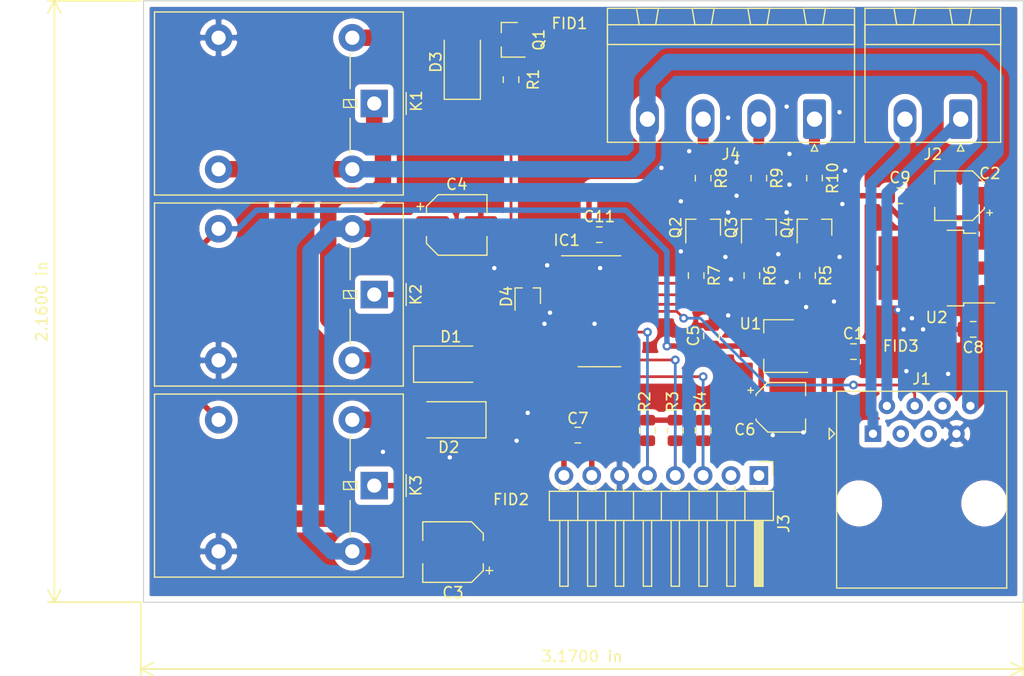
<source format=kicad_pcb>
(kicad_pcb (version 20171130) (host pcbnew "(5.1.5)-3")
  (layers (0 F.Cu signal) (31 B.Cu signal) (34 B.Paste user) (35 F.Paste user) (36 B.SilkS user) (37 F.SilkS user) (38 B.Mask user) (39 F.Mask user) (44 Edge.Cuts user))
  (net 0 "")
  (net 1 GND)
  (net 2 +24V)
  (net 3 +5V)
  (net 4 "Net-(C3-Pad2)")
  (net 5 +3V3)
  (net 6 /E-Latch/MotorB)
  (net 7 /E-Latch/MotorA)
  (net 8 "Net-(D1-Pad2)")
  (net 9 "Net-(D1-Pad1)")
  (net 10 "Net-(D2-Pad2)")
  (net 11 /E-Latch/LATCH)
  (net 12 "Net-(D4-Pad2)")
  (net 13 1WireData)
  (net 14 "Net-(IC1-Pad14)")
  (net 15 "Net-(IC1-Pad13)")
  (net 16 "Net-(IC1-Pad12)")
  (net 17 "Net-(IC1-Pad11)")
  (net 18 "Net-(IC1-Pad10)")
  (net 19 "Net-(IC1-Pad9)")
  (net 20 "Net-(IC1-Pad8)")
  (net 21 "Net-(IC1-Pad7)")
  (net 22 "Net-(IC1-Pad2)")
  (net 23 "Net-(J1-Pad6)")
  (net 24 "Net-(J1-Pad5)")
  (net 25 "Net-(J1-Pad3)")
  (net 26 "Net-(J1-Pad2)")
  (net 27 "Net-(J1-Pad1)")
  (net 28 "Net-(J3-Pad2)")
  (net 29 "Net-(J3-Pad1)")
  (net 30 "Net-(J4-Pad3)")
  (net 31 "Net-(J4-Pad2)")
  (net 32 "Net-(J4-Pad1)")
  (net 33 "Net-(Q1-Pad1)")
  (net 34 "Net-(Q2-Pad3)")
  (net 35 "Net-(Q2-Pad1)")
  (net 36 "Net-(Q3-Pad3)")
  (net 37 "Net-(Q3-Pad1)")
  (net 38 "Net-(Q4-Pad3)")
  (net 39 "Net-(Q4-Pad1)")
  (module Relay_THT:Relay_SPDT_Omron-G5LE-1 (layer F.Cu) (at 125.698 101.473 270)
    (fp_text reference K2 (at 0 -3.8 90) (layer F.SilkS))
    (fp_text value G5LE-1)
    (pad 5 thru_hole oval (at 6 2 270) (size 2.5 2.5) (drill 1.3) (layers *.Cu *.Mask) (net 9 "Net-(D1-Pad1)"))
    (pad 4 thru_hole oval (at 6 14.2 270) (size 2.5 2.5) (drill 1.3) (layers *.Cu *.Mask) (net 1 GND))
    (pad 3 thru_hole oval (at -6 14.2 270) (size 2.5 2.5) (drill 1.3) (layers *.Cu *.Mask) (net 5 +3V3))
    (pad 2 thru_hole oval (at -6 2 270) (size 2.5 2.5) (drill 1.3) (layers *.Cu *.Mask) (net 4 "Net-(C3-Pad2)"))
    (pad 1 thru_hole rect (at 0 0 270) (size 2.5 2.5) (drill 1.3) (layers *.Cu *.Mask) (net 7 /E-Latch/MotorA))
  )
  (module Capacitor_SMD:C_0805_2012Metric (layer F.Cu) (at 144.272 114.3 180)
    (fp_text reference C7 (at 0 1.524) (layer F.SilkS))
    (fp_text value 100nF)
    (pad 2 smd roundrect (at 0.9375 0 180) (size 0.975 1.4) (layers F.Cu F.Paste F.Mask) (net 6 /E-Latch/MotorB))
    (pad 1 smd roundrect (at -0.9375 0 180) (size 0.975 1.4) (layers F.Cu F.Paste F.Mask) (net 7 /E-Latch/MotorA))
  )
  (module Fiducial:Fiducial_0.75mm_Mask1.5mm (layer F.Cu) (at 176.784 106.172)
    (fp_text reference FID3 (at -3.048 0) (layer F.SilkS))
    (fp_text value Fiducial)
    (pad "" smd circle (at 0 0) (size 0.75 0.75) (layers F.Cu F.Mask) (clearance 0.375))
  )
  (module Fiducial:Fiducial_0.75mm_Mask1.5mm (layer F.Cu) (at 138.176 122.174)
    (fp_text reference FID2 (at 0 -2) (layer F.SilkS))
    (fp_text value Fiducial)
    (pad "" smd circle (at 0 0) (size 0.75 0.75) (layers F.Cu F.Mask) (clearance 0.375))
  )
  (module Fiducial:Fiducial_0.75mm_Mask1.5mm (layer F.Cu) (at 143.51 78.74)
    (fp_text reference FID1 (at 0 -2) (layer F.SilkS))
    (fp_text value Fiducial)
    (pad "" smd circle (at 0 0) (size 0.75 0.75) (layers F.Cu F.Mask) (clearance 0.375))
  )
  (module Package_TO_SOT_SMD:TO-252-3_TabPin2 (layer F.Cu) (at 177.003 99.059 180)
    (fp_text reference U2 (at 0 -4.5) (layer F.SilkS))
    (fp_text value L7805)
    (pad 2 smd rect (at 2.1 0 180) (size 6.4 5.8) (layers F.Cu F.Mask) (net 1 GND))
    (pad 3 smd rect (at -4.2 2.28 180) (size 2.2 1.2) (layers F.Cu F.Paste F.Mask) (net 3 +5V))
    (pad 2 smd rect (at -4.2 0 180) (size 2.2 1.2) (layers F.Cu F.Paste F.Mask) (net 1 GND))
    (pad 1 smd rect (at -4.2 -2.28 180) (size 2.2 1.2) (layers F.Cu F.Paste F.Mask) (net 2 +24V))
  )
  (module Package_TO_SOT_SMD:SOT-89-3_Handsoldering (layer F.Cu) (at 163.016 106.172 180)
    (fp_text reference U1 (at 2.996 2.032) (layer F.SilkS))
    (fp_text value LM1117-3.3)
    (pad 2 smd trapezoid (at -0.37 0 270) (size 1.5 0.75) (rect_delta 0 0.5) (layers F.Cu F.Paste F.Mask) (net 5 +3V3))
    (pad 2 smd rect (at 1.98 0 90) (size 2 4) (layers F.Cu F.Paste F.Mask) (net 5 +3V3))
    (pad 3 smd rect (at -1.98 1.5 90) (size 1 2.5) (layers F.Cu F.Paste F.Mask) (net 3 +5V))
    (pad 2 smd rect (at -1.98 0 90) (size 1 2.5) (layers F.Cu F.Paste F.Mask) (net 5 +3V3))
    (pad 1 smd rect (at -1.98 -1.5 90) (size 1 2.5) (layers F.Cu F.Paste F.Mask) (net 1 GND))
  )
  (module Resistor_SMD:R_0805_2012Metric (layer F.Cu) (at 165.862 90.8535 270)
    (fp_text reference R10 (at 0 -1.65 90) (layer F.SilkS))
    (fp_text value 10k)
    (pad 2 smd roundrect (at 0.9375 0 270) (size 0.975 1.4) (layers F.Cu F.Paste F.Mask) (net 38 "Net-(Q4-Pad3)"))
    (pad 1 smd roundrect (at -0.9375 0 270) (size 0.975 1.4) (layers F.Cu F.Paste F.Mask) (net 32 "Net-(J4-Pad1)"))
  )
  (module Resistor_SMD:R_0805_2012Metric (layer F.Cu) (at 160.782 90.8535 270)
    (fp_text reference R9 (at 0 -1.65 90) (layer F.SilkS))
    (fp_text value 10k)
    (pad 2 smd roundrect (at 0.9375 0 270) (size 0.975 1.4) (layers F.Cu F.Paste F.Mask) (net 36 "Net-(Q3-Pad3)"))
    (pad 1 smd roundrect (at -0.9375 0 270) (size 0.975 1.4) (layers F.Cu F.Paste F.Mask) (net 31 "Net-(J4-Pad2)"))
  )
  (module Resistor_SMD:R_0805_2012Metric (layer F.Cu) (at 155.702 90.8535 270)
    (fp_text reference R8 (at 0 -1.65 90) (layer F.SilkS))
    (fp_text value 10k)
    (pad 2 smd roundrect (at 0.9375 0 270) (size 0.975 1.4) (layers F.Cu F.Paste F.Mask) (net 34 "Net-(Q2-Pad3)"))
    (pad 1 smd roundrect (at -0.9375 0 270) (size 0.975 1.4) (layers F.Cu F.Paste F.Mask) (net 30 "Net-(J4-Pad3)"))
  )
  (module Resistor_SMD:R_0805_2012Metric (layer F.Cu) (at 155.067 99.7435 270)
    (fp_text reference R7 (at 0 -1.65 90) (layer F.SilkS))
    (fp_text value 10k)
    (pad 2 smd roundrect (at 0.9375 0 270) (size 0.975 1.4) (layers F.Cu F.Paste F.Mask) (net 22 "Net-(IC1-Pad2)"))
    (pad 1 smd roundrect (at -0.9375 0 270) (size 0.975 1.4) (layers F.Cu F.Paste F.Mask) (net 35 "Net-(Q2-Pad1)"))
  )
  (module Resistor_SMD:R_0805_2012Metric (layer F.Cu) (at 160.147 99.7435 270)
    (fp_text reference R6 (at 0 -1.65 90) (layer F.SilkS))
    (fp_text value 10k)
    (pad 2 smd roundrect (at 0.9375 0 270) (size 0.975 1.4) (layers F.Cu F.Paste F.Mask) (net 14 "Net-(IC1-Pad14)"))
    (pad 1 smd roundrect (at -0.9375 0 270) (size 0.975 1.4) (layers F.Cu F.Paste F.Mask) (net 37 "Net-(Q3-Pad1)"))
  )
  (module Resistor_SMD:R_0805_2012Metric (layer F.Cu) (at 165.227 99.7435 270)
    (fp_text reference R5 (at 0 -1.65 90) (layer F.SilkS))
    (fp_text value 10k)
    (pad 2 smd roundrect (at 0.9375 0 270) (size 0.975 1.4) (layers F.Cu F.Paste F.Mask) (net 15 "Net-(IC1-Pad13)"))
    (pad 1 smd roundrect (at -0.9375 0 270) (size 0.975 1.4) (layers F.Cu F.Paste F.Mask) (net 39 "Net-(Q4-Pad1)"))
  )
  (module Resistor_SMD:R_0805_2012Metric (layer F.Cu) (at 155.702 113.8705 90)
    (fp_text reference R4 (at 2.6185 -0.254 90) (layer F.SilkS))
    (fp_text value 100k)
    (pad 2 smd roundrect (at 0.9375 0 90) (size 0.975 1.4) (layers F.Cu F.Paste F.Mask) (net 3 +5V))
    (pad 1 smd roundrect (at -0.9375 0 90) (size 0.975 1.4) (layers F.Cu F.Paste F.Mask) (net 20 "Net-(IC1-Pad8)"))
  )
  (module Resistor_SMD:R_0805_2012Metric (layer F.Cu) (at 153.162 113.8705 90)
    (fp_text reference R3 (at 2.6185 -0.254 90) (layer F.SilkS))
    (fp_text value 100k)
    (pad 2 smd roundrect (at 0.9375 0 90) (size 0.975 1.4) (layers F.Cu F.Paste F.Mask) (net 3 +5V))
    (pad 1 smd roundrect (at -0.9375 0 90) (size 0.975 1.4) (layers F.Cu F.Paste F.Mask) (net 19 "Net-(IC1-Pad9)"))
  )
  (module Resistor_SMD:R_0805_2012Metric (layer F.Cu) (at 150.622 113.8705 90)
    (fp_text reference R2 (at 2.6185 -0.254 90) (layer F.SilkS))
    (fp_text value 100k)
    (pad 2 smd roundrect (at 0.9375 0 90) (size 0.975 1.4) (layers F.Cu F.Paste F.Mask) (net 3 +5V))
    (pad 1 smd roundrect (at -0.9375 0 90) (size 0.975 1.4) (layers F.Cu F.Paste F.Mask) (net 17 "Net-(IC1-Pad11)"))
  )
  (module Resistor_SMD:R_0805_2012Metric (layer F.Cu) (at 138.176 81.8665 270)
    (fp_text reference R1 (at 0 -2.032 90) (layer F.SilkS))
    (fp_text value 10k)
    (pad 2 smd roundrect (at 0.9375 0 270) (size 0.975 1.4) (layers F.Cu F.Paste F.Mask) (net 16 "Net-(IC1-Pad12)"))
    (pad 1 smd roundrect (at -0.9375 0 270) (size 0.975 1.4) (layers F.Cu F.Paste F.Mask) (net 33 "Net-(Q1-Pad1)"))
  )
  (module Package_TO_SOT_SMD:SOT-23 (layer F.Cu) (at 165.862 95.361 90)
    (fp_text reference Q4 (at 0 -2.5 90) (layer F.SilkS))
    (fp_text value BSH105)
    (pad 3 smd rect (at 1 0 90) (size 0.9 0.8) (layers F.Cu F.Paste F.Mask) (net 38 "Net-(Q4-Pad3)"))
    (pad 2 smd rect (at -1 0.95 90) (size 0.9 0.8) (layers F.Cu F.Paste F.Mask) (net 1 GND))
    (pad 1 smd rect (at -1 -0.95 90) (size 0.9 0.8) (layers F.Cu F.Paste F.Mask) (net 39 "Net-(Q4-Pad1)"))
  )
  (module Package_TO_SOT_SMD:SOT-23 (layer F.Cu) (at 160.782 95.361 90)
    (fp_text reference Q3 (at 0 -2.5 90) (layer F.SilkS))
    (fp_text value BSH105)
    (pad 3 smd rect (at 1 0 90) (size 0.9 0.8) (layers F.Cu F.Paste F.Mask) (net 36 "Net-(Q3-Pad3)"))
    (pad 2 smd rect (at -1 0.95 90) (size 0.9 0.8) (layers F.Cu F.Paste F.Mask) (net 1 GND))
    (pad 1 smd rect (at -1 -0.95 90) (size 0.9 0.8) (layers F.Cu F.Paste F.Mask) (net 37 "Net-(Q3-Pad1)"))
  )
  (module Package_TO_SOT_SMD:SOT-23 (layer F.Cu) (at 155.702 95.361 90)
    (fp_text reference Q2 (at 0 -2.5 90) (layer F.SilkS))
    (fp_text value BSH105)
    (pad 3 smd rect (at 1 0 90) (size 0.9 0.8) (layers F.Cu F.Paste F.Mask) (net 34 "Net-(Q2-Pad3)"))
    (pad 2 smd rect (at -1 0.95 90) (size 0.9 0.8) (layers F.Cu F.Paste F.Mask) (net 1 GND))
    (pad 1 smd rect (at -1 -0.95 90) (size 0.9 0.8) (layers F.Cu F.Paste F.Mask) (net 35 "Net-(Q2-Pad1)"))
  )
  (module Package_TO_SOT_SMD:SOT-23 (layer F.Cu) (at 138.049 78.232 180)
    (fp_text reference Q1 (at -2.667 0 90) (layer F.SilkS))
    (fp_text value BSH105)
    (pad 3 smd rect (at 1 0 180) (size 0.9 0.8) (layers F.Cu F.Paste F.Mask) (net 11 /E-Latch/LATCH))
    (pad 2 smd rect (at -1 0.95 180) (size 0.9 0.8) (layers F.Cu F.Paste F.Mask) (net 1 GND))
    (pad 1 smd rect (at -1 -0.95 180) (size 0.9 0.8) (layers F.Cu F.Paste F.Mask) (net 33 "Net-(Q1-Pad1)"))
  )
  (module Relay_THT:Relay_SPDT_Omron-G5LE-1 (layer F.Cu) (at 125.698 118.903 270)
    (fp_text reference K3 (at 0 -3.8 90) (layer F.SilkS))
    (fp_text value G5LE-1)
    (pad 5 thru_hole oval (at 6 2 270) (size 2.5 2.5) (drill 1.3) (layers *.Cu *.Mask) (net 4 "Net-(C3-Pad2)"))
    (pad 4 thru_hole oval (at 6 14.2 270) (size 2.5 2.5) (drill 1.3) (layers *.Cu *.Mask) (net 1 GND))
    (pad 3 thru_hole oval (at -6 14.2 270) (size 2.5 2.5) (drill 1.3) (layers *.Cu *.Mask) (net 5 +3V3))
    (pad 2 thru_hole oval (at -6 2 270) (size 2.5 2.5) (drill 1.3) (layers *.Cu *.Mask) (net 10 "Net-(D2-Pad2)"))
    (pad 1 thru_hole rect (at 0 0 270) (size 2.5 2.5) (drill 1.3) (layers *.Cu *.Mask) (net 6 /E-Latch/MotorB))
  )
  (module Relay_THT:Relay_SPDT_Omron-G5LE-1 (layer F.Cu) (at 125.698 84.043 270)
    (fp_text reference K1 (at -0.223 -3.842 90) (layer F.SilkS))
    (fp_text value G5LE-1)
    (pad 5 thru_hole oval (at 6 2 270) (size 2.5 2.5) (drill 1.3) (layers *.Cu *.Mask) (net 2 +24V))
    (pad 4 thru_hole oval (at 6 14.2 270) (size 2.5 2.5) (drill 1.3) (layers *.Cu *.Mask) (net 2 +24V))
    (pad 3 thru_hole oval (at -6 14.2 270) (size 2.5 2.5) (drill 1.3) (layers *.Cu *.Mask) (net 1 GND))
    (pad 2 thru_hole oval (at -6 2 270) (size 2.5 2.5) (drill 1.3) (layers *.Cu *.Mask) (net 11 /E-Latch/LATCH))
    (pad 1 thru_hole rect (at 0 0 270) (size 2.5 2.5) (drill 1.3) (layers *.Cu *.Mask) (net 8 "Net-(D1-Pad2)"))
  )
  (module Connector_Phoenix_MSTB:PhoenixContact_MSTBA_2,5_4-G-5,08_1x04_P5.08mm_Horizontal (layer F.Cu) (at 165.862 85.471 180)
    (fp_text reference J4 (at 7.62 -3.2) (layer F.SilkS))
    (fp_text value LED)
    (pad 4 thru_hole oval (at 15.24 0 180) (size 2.08 3.6) (drill 1.4) (layers *.Cu *.Mask) (net 2 +24V))
    (pad 3 thru_hole oval (at 10.16 0 180) (size 2.08 3.6) (drill 1.4) (layers *.Cu *.Mask) (net 30 "Net-(J4-Pad3)"))
    (pad 2 thru_hole oval (at 5.08 0 180) (size 2.08 3.6) (drill 1.4) (layers *.Cu *.Mask) (net 31 "Net-(J4-Pad2)"))
    (pad 1 thru_hole roundrect (at 0 0 180) (size 2.08 3.6) (drill 1.4) (layers *.Cu *.Mask) (roundrect_rratio 0.120192) (net 32 "Net-(J4-Pad1)"))
  )
  (module Connector_PinHeader_2.54mm:PinHeader_1x08_P2.54mm_Horizontal (layer F.Cu) (at 160.782 117.983 270)
    (fp_text reference J3 (at 4.385 -2.27 90) (layer F.SilkS))
    (fp_text value "Door Lock")
    (pad 8 thru_hole oval (at 0 17.78 270) (size 1.7 1.7) (drill 1) (layers *.Cu *.Mask) (net 6 /E-Latch/MotorB))
    (pad 7 thru_hole oval (at 0 15.24 270) (size 1.7 1.7) (drill 1) (layers *.Cu *.Mask) (net 7 /E-Latch/MotorA))
    (pad 6 thru_hole oval (at 0 12.7 270) (size 1.7 1.7) (drill 1) (layers *.Cu *.Mask) (net 1 GND))
    (pad 5 thru_hole oval (at 0 10.16 270) (size 1.7 1.7) (drill 1) (layers *.Cu *.Mask) (net 17 "Net-(IC1-Pad11)"))
    (pad 4 thru_hole oval (at 0 7.62 270) (size 1.7 1.7) (drill 1) (layers *.Cu *.Mask) (net 19 "Net-(IC1-Pad9)"))
    (pad 3 thru_hole oval (at 0 5.08 270) (size 1.7 1.7) (drill 1) (layers *.Cu *.Mask) (net 20 "Net-(IC1-Pad8)"))
    (pad 2 thru_hole oval (at 0 2.54 270) (size 1.7 1.7) (drill 1) (layers *.Cu *.Mask) (net 28 "Net-(J3-Pad2)"))
    (pad 1 thru_hole rect (at 0 0 270) (size 1.7 1.7) (drill 1) (layers *.Cu *.Mask) (net 29 "Net-(J3-Pad1)"))
  )
  (module Connector_Phoenix_MSTB:PhoenixContact_MSTBA_2,5_2-G-5,08_1x02_P5.08mm_Horizontal (layer F.Cu) (at 179.197 85.471 180)
    (fp_text reference J2 (at 2.54 -3.2) (layer F.SilkS))
    (fp_text value Glass)
    (pad 2 thru_hole oval (at 5.08 0 180) (size 2.08 3.6) (drill 1.4) (layers *.Cu *.Mask) (net 27 "Net-(J1-Pad1)"))
    (pad 1 thru_hole roundrect (at 0 0 180) (size 2.08 3.6) (drill 1.4) (layers *.Cu *.Mask) (roundrect_rratio 0.120192) (net 26 "Net-(J1-Pad2)"))
  )
  (module Connector_RJ:RJ45_Amphenol_54602-x08_Horizontal (layer F.Cu) (at 171.196 114.173)
    (fp_text reference J1 (at 4.445 -5) (layer F.SilkS))
    (fp_text value 8P8C)
    (pad 8 thru_hole circle (at 8.89 -2.54) (size 1.5 1.5) (drill 0.76) (layers *.Cu *.Mask) (net 2 +24V))
    (pad 7 thru_hole circle (at 7.62 0) (size 1.5 1.5) (drill 0.76) (layers *.Cu *.Mask) (net 1 GND))
    (pad 6 thru_hole circle (at 6.35 -2.54) (size 1.5 1.5) (drill 0.76) (layers *.Cu *.Mask) (net 23 "Net-(J1-Pad6)"))
    (pad 5 thru_hole circle (at 5.08 0) (size 1.5 1.5) (drill 0.76) (layers *.Cu *.Mask) (net 24 "Net-(J1-Pad5)"))
    (pad 4 thru_hole circle (at 3.81 -2.54) (size 1.5 1.5) (drill 0.76) (layers *.Cu *.Mask) (net 13 1WireData))
    (pad 3 thru_hole circle (at 2.54 0) (size 1.5 1.5) (drill 0.76) (layers *.Cu *.Mask) (net 25 "Net-(J1-Pad3)"))
    (pad 2 thru_hole circle (at 1.27 -2.54) (size 1.5 1.5) (drill 0.76) (layers *.Cu *.Mask) (net 26 "Net-(J1-Pad2)"))
    (pad 1 thru_hole rect (at 0 0) (size 1.5 1.5) (drill 0.76) (layers *.Cu *.Mask) (net 27 "Net-(J1-Pad1)"))
    (pad "" np_thru_hole circle (at -1.27 6.35) (size 3.2 3.2) (drill 3.2) (layers *.Cu *.Mask))
    (pad "" np_thru_hole circle (at 10.16 6.35) (size 3.2 3.2) (drill 3.2) (layers *.Cu *.Mask))
  )
  (module Package_SO:SOIC-16_3.9x9.9mm_P1.27mm (layer F.Cu) (at 146.239 102.997)
    (fp_text reference IC1 (at -2.983 -6.477) (layer F.SilkS))
    (fp_text value DS2408S)
    (pad 16 smd roundrect (at 2.475 -4.445) (size 1.95 0.6) (layers F.Cu F.Paste F.Mask))
    (pad 15 smd roundrect (at 2.475 -3.175) (size 1.95 0.6) (layers F.Cu F.Paste F.Mask))
    (pad 14 smd roundrect (at 2.475 -1.905) (size 1.95 0.6) (layers F.Cu F.Paste F.Mask) (net 14 "Net-(IC1-Pad14)"))
    (pad 13 smd roundrect (at 2.475 -0.635) (size 1.95 0.6) (layers F.Cu F.Paste F.Mask) (net 15 "Net-(IC1-Pad13)"))
    (pad 12 smd roundrect (at 2.475 0.635) (size 1.95 0.6) (layers F.Cu F.Paste F.Mask) (net 16 "Net-(IC1-Pad12)"))
    (pad 11 smd roundrect (at 2.475 1.905) (size 1.95 0.6) (layers F.Cu F.Paste F.Mask) (net 17 "Net-(IC1-Pad11)"))
    (pad 10 smd roundrect (at 2.475 3.175) (size 1.95 0.6) (layers F.Cu F.Paste F.Mask) (net 18 "Net-(IC1-Pad10)"))
    (pad 9 smd roundrect (at 2.475 4.445) (size 1.95 0.6) (layers F.Cu F.Paste F.Mask) (net 19 "Net-(IC1-Pad9)"))
    (pad 8 smd roundrect (at -2.475 4.445) (size 1.95 0.6) (layers F.Cu F.Paste F.Mask) (net 20 "Net-(IC1-Pad8)"))
    (pad 7 smd roundrect (at -2.475 3.175) (size 1.95 0.6) (layers F.Cu F.Paste F.Mask) (net 21 "Net-(IC1-Pad7)"))
    (pad 6 smd roundrect (at -2.475 1.905) (size 1.95 0.6) (layers F.Cu F.Paste F.Mask))
    (pad 5 smd roundrect (at -2.475 0.635) (size 1.95 0.6) (layers F.Cu F.Paste F.Mask) (net 1 GND))
    (pad 4 smd roundrect (at -2.475 -0.635) (size 1.95 0.6) (layers F.Cu F.Paste F.Mask) (net 13 1WireData))
    (pad 3 smd roundrect (at -2.475 -1.905) (size 1.95 0.6) (layers F.Cu F.Paste F.Mask) (net 3 +5V))
    (pad 2 smd roundrect (at -2.475 -3.175) (size 1.95 0.6) (layers F.Cu F.Paste F.Mask) (net 22 "Net-(IC1-Pad2)"))
    (pad 1 smd roundrect (at -2.475 -4.445) (size 1.95 0.6) (layers F.Cu F.Paste F.Mask))
  )
  (module Package_TO_SOT_SMD:SOT-323_SC-70 (layer F.Cu) (at 139.7 101.6 90)
    (fp_text reference D4 (at -0.05 -1.95 90) (layer F.SilkS))
    (fp_text value BAT54W)
    (pad 3 smd rect (at 1 0) (size 0.45 0.7) (layers F.Cu F.Paste F.Mask) (net 3 +5V))
    (pad 2 smd rect (at -1 0.65) (size 0.45 0.7) (layers F.Cu F.Paste F.Mask) (net 12 "Net-(D4-Pad2)"))
    (pad 1 smd rect (at -1 -0.65) (size 0.45 0.7) (layers F.Cu F.Paste F.Mask) (net 13 1WireData))
  )
  (module Diode_SMD:D_SMA (layer F.Cu) (at 133.731 80.264 90)
    (fp_text reference D3 (at 0 -2.413 90) (layer F.SilkS))
    (fp_text value 1N4007)
    (pad 2 smd rect (at 2 0 90) (size 2.5 1.8) (layers F.Cu F.Paste F.Mask) (net 11 /E-Latch/LATCH))
    (pad 1 smd rect (at -2 0 90) (size 2.5 1.8) (layers F.Cu F.Paste F.Mask) (net 2 +24V))
  )
  (module Diode_SMD:D_SMA (layer F.Cu) (at 132.493 112.903 180)
    (fp_text reference D2 (at 0 -2.5) (layer F.SilkS))
    (fp_text value 1N4007)
    (pad 2 smd rect (at 2 0 180) (size 2.5 1.8) (layers F.Cu F.Paste F.Mask) (net 10 "Net-(D2-Pad2)"))
    (pad 1 smd rect (at -2 0 180) (size 2.5 1.8) (layers F.Cu F.Paste F.Mask) (net 8 "Net-(D1-Pad2)"))
  )
  (module Diode_SMD:D_SMA (layer F.Cu) (at 132.683 107.823)
    (fp_text reference D1 (at 0 -2.5) (layer F.SilkS))
    (fp_text value 1N4007)
    (pad 2 smd rect (at 2 0) (size 2.5 1.8) (layers F.Cu F.Paste F.Mask) (net 8 "Net-(D1-Pad2)"))
    (pad 1 smd rect (at -2 0) (size 2.5 1.8) (layers F.Cu F.Paste F.Mask) (net 9 "Net-(D1-Pad1)"))
  )
  (module Capacitor_SMD:C_0805_2012Metric (layer F.Cu) (at 146.2255 96.012)
    (fp_text reference C11 (at 0 -1.65) (layer F.SilkS))
    (fp_text value 100nF)
    (pad 2 smd roundrect (at 0.9375 0) (size 0.975 1.4) (layers F.Cu F.Paste F.Mask) (net 1 GND))
    (pad 1 smd roundrect (at -0.9375 0) (size 0.975 1.4) (layers F.Cu F.Paste F.Mask) (net 3 +5V))
  )
  (module Capacitor_SMD:C_0805_2012Metric (layer F.Cu) (at 173.6575 92.456)
    (fp_text reference C9 (at 0 -1.65) (layer F.SilkS))
    (fp_text value 100nF)
    (pad 2 smd roundrect (at 0.9375 0) (size 0.975 1.4) (layers F.Cu F.Paste F.Mask) (net 1 GND))
    (pad 1 smd roundrect (at -0.9375 0) (size 0.975 1.4) (layers F.Cu F.Paste F.Mask) (net 3 +5V))
  )
  (module Capacitor_SMD:C_0805_2012Metric (layer F.Cu) (at 180.34 104.648 180)
    (fp_text reference C8 (at 0 -1.65) (layer F.SilkS))
    (fp_text value 100nF)
    (pad 2 smd roundrect (at 0.9375 0 180) (size 0.975 1.4) (layers F.Cu F.Paste F.Mask) (net 1 GND))
    (pad 1 smd roundrect (at -0.9375 0 180) (size 0.975 1.4) (layers F.Cu F.Paste F.Mask) (net 2 +24V))
  )
  (module Capacitor_SMD:CP_Elec_4x4.5 (layer F.Cu) (at 162.792 111.76)
    (fp_text reference C6 (at -3.28 2.032) (layer F.SilkS))
    (fp_text value 100uF)
    (pad 2 smd roundrect (at 1.8 0) (size 2.6 1.6) (layers F.Cu F.Paste F.Mask) (roundrect_rratio 0.15625) (net 1 GND))
    (pad 1 smd roundrect (at -1.8 0) (size 2.6 1.6) (layers F.Cu F.Paste F.Mask) (roundrect_rratio 0.15625) (net 5 +3V3))
  )
  (module Capacitor_SMD:C_0805_2012Metric (layer F.Cu) (at 156.464 105.2345 90)
    (fp_text reference C5 (at 0 -1.65 90) (layer F.SilkS))
    (fp_text value 100nF)
    (pad 2 smd roundrect (at 0.9375 0 90) (size 0.975 1.4) (layers F.Cu F.Paste F.Mask) (net 1 GND))
    (pad 1 smd roundrect (at -0.9375 0 90) (size 0.975 1.4) (layers F.Cu F.Paste F.Mask) (net 5 +3V3))
  )
  (module Capacitor_SMD:CP_Elec_5x5.4 (layer F.Cu) (at 133.223 95.123)
    (fp_text reference C4 (at 0 -3.7) (layer F.SilkS))
    (fp_text value 220uF)
    (pad 2 smd roundrect (at 2.2 0) (size 3 1.6) (layers F.Cu F.Paste F.Mask) (roundrect_rratio 0.15625) (net 1 GND))
    (pad 1 smd roundrect (at -2.2 0) (size 3 1.6) (layers F.Cu F.Paste F.Mask) (roundrect_rratio 0.15625) (net 4 "Net-(C3-Pad2)"))
  )
  (module Capacitor_SMD:CP_Elec_5x5.4 (layer F.Cu) (at 132.883 124.968 180)
    (fp_text reference C3 (at 0 -3.7) (layer F.SilkS))
    (fp_text value 220uF)
    (pad 2 smd roundrect (at 2.2 0 180) (size 3 1.6) (layers F.Cu F.Paste F.Mask) (roundrect_rratio 0.15625) (net 4 "Net-(C3-Pad2)"))
    (pad 1 smd roundrect (at -2.2 0 180) (size 3 1.6) (layers F.Cu F.Paste F.Mask) (roundrect_rratio 0.15625) (net 2 +24V))
  )
  (module Capacitor_SMD:CP_Elec_4x5.4 (layer F.Cu) (at 179.092 92.456 180)
    (fp_text reference C2 (at -2.772 2.032) (layer F.SilkS))
    (fp_text value 100uF)
    (pad 2 smd roundrect (at 1.8 0 180) (size 2.6 1.6) (layers F.Cu F.Paste F.Mask) (roundrect_rratio 0.15625) (net 1 GND))
    (pad 1 smd roundrect (at -1.8 0 180) (size 2.6 1.6) (layers F.Cu F.Paste F.Mask) (roundrect_rratio 0.15625) (net 3 +5V))
  )
  (module Capacitor_SMD:C_0805_2012Metric (layer F.Cu) (at 169.418 106.68)
    (fp_text reference C1 (at 0 -1.65) (layer F.SilkS))
    (fp_text value 100nF)
    (pad 2 smd roundrect (at 0.9375 0) (size 0.975 1.4) (layers F.Cu F.Paste F.Mask) (net 1 GND))
    (pad 1 smd roundrect (at -0.9375 0) (size 0.975 1.4) (layers F.Cu F.Paste F.Mask) (net 3 +5V))
  )
  (dimension 54.864 (width 0.15) (layer F.SilkS) (gr_text "54,864 mm" (at 95.22 102.108 90) (layer F.SilkS) (effects (font (size 1 1) (thickness 0.15)))) (feature1 (pts (xy 104.394 74.676) (xy 95.933579 74.676))) (feature2 (pts (xy 104.394 129.54) (xy 95.933579 129.54))) (crossbar (pts (xy 96.52 129.54) (xy 96.52 74.676))) (arrow1a (pts (xy 96.52 74.676) (xy 97.106421 75.802504))) (arrow1b (pts (xy 96.52 74.676) (xy 95.933579 75.802504))) (arrow2a (pts (xy 96.52 129.54) (xy 97.106421 128.413496))) (arrow2b (pts (xy 96.52 129.54) (xy 95.933579 128.413496))))
  (dimension 80.518 (width 0.15) (layer F.SilkS) (gr_text "80,518 mm" (at 144.653 136.936) (layer F.SilkS) (effects (font (size 1 1) (thickness 0.15)))) (feature1 (pts (xy 184.912 129.54) (xy 184.912 136.222421))) (feature2 (pts (xy 104.394 129.54) (xy 104.394 136.222421))) (crossbar (pts (xy 104.394 135.636) (xy 184.912 135.636))) (arrow1a (pts (xy 184.912 135.636) (xy 183.785496 136.222421))) (arrow1b (pts (xy 184.912 135.636) (xy 183.785496 135.049579))) (arrow2a (pts (xy 104.394 135.636) (xy 105.520504 136.222421))) (arrow2b (pts (xy 104.394 135.636) (xy 105.520504 135.049579))))
  (gr_line (start 104.648 129.54) (end 104.648 74.676) (layer Edge.Cuts) (width 0.1))
  (gr_line (start 184.912 129.54) (end 104.648 129.54) (layer Edge.Cuts) (width 0.1))
  (gr_line (start 184.912 74.676) (end 184.912 129.54) (layer Edge.Cuts) (width 0.1))
  (gr_line (start 104.648 74.676) (end 184.912 74.676) (layer Edge.Cuts) (width 0.1))
  (via (at 141.732 103.124) (size 0.8) (drill 0.4) (layers F.Cu B.Cu) (net 1))
  (via (at 141.224 104.14) (size 0.8) (drill 0.4) (layers F.Cu B.Cu) (net 1))
  (via (at 145.796 104.14) (size 0.8) (drill 0.4) (layers F.Cu B.Cu) (net 1))
  (via (at 139.7 112.268) (size 0.8) (drill 0.4) (layers F.Cu B.Cu) (net 1))
  (via (at 138.684 114.808) (size 0.8) (drill 0.4) (layers F.Cu B.Cu) (net 1))
  (via (at 132.588 116.332) (size 0.8) (drill 0.4) (layers F.Cu B.Cu) (net 1))
  (via (at 126.492 115.824) (size 0.8) (drill 0.4) (layers F.Cu B.Cu) (net 1))
  (via (at 146.304 99.06) (size 0.8) (drill 0.4) (layers F.Cu B.Cu) (net 1))
  (via (at 141.478 98.806) (size 0.8) (drill 0.4) (layers F.Cu B.Cu) (net 1))
  (via (at 136.652 99.06) (size 0.8) (drill 0.4) (layers F.Cu B.Cu) (net 1))
  (via (at 164.846 114.046) (size 0.8) (drill 0.4) (layers F.Cu B.Cu) (net 1))
  (via (at 162.052 114.3) (size 0.8) (drill 0.4) (layers F.Cu B.Cu) (net 1))
  (via (at 168.656 90.17) (size 0.8) (drill 0.4) (layers F.Cu B.Cu) (net 1))
  (via (at 163.576 88.646) (size 0.8) (drill 0.4) (layers F.Cu B.Cu) (net 1))
  (via (at 163.576 91.44) (size 0.8) (drill 0.4) (layers F.Cu B.Cu) (net 1))
  (via (at 168.402 93.218) (size 0.8) (drill 0.4) (layers F.Cu B.Cu) (net 1))
  (via (at 158.75 92.456) (size 0.8) (drill 0.4) (layers F.Cu B.Cu) (net 1))
  (via (at 158.75 89.408) (size 0.8) (drill 0.4) (layers F.Cu B.Cu) (net 1))
  (via (at 157.988 85.344) (size 0.8) (drill 0.4) (layers F.Cu B.Cu) (net 1))
  (via (at 163.322 84.328) (size 0.8) (drill 0.4) (layers F.Cu B.Cu) (net 1))
  (via (at 168.148 84.836) (size 0.8) (drill 0.4) (layers F.Cu B.Cu) (net 1))
  (via (at 168.148 98.044) (size 0.8) (drill 0.4) (layers F.Cu B.Cu) (net 1))
  (via (at 162.56 97.79) (size 0.8) (drill 0.4) (layers F.Cu B.Cu) (net 1))
  (via (at 167.64 102.108) (size 0.8) (drill 0.4) (layers F.Cu B.Cu) (net 1))
  (via (at 163.322 100.33) (size 0.8) (drill 0.4) (layers F.Cu B.Cu) (net 1))
  (via (at 157.734 98.044) (size 0.8) (drill 0.4) (layers F.Cu B.Cu) (net 1))
  (via (at 153.67 92.964) (size 0.8) (drill 0.4) (layers F.Cu B.Cu) (net 1))
  (via (at 154.432 88.392) (size 0.8) (drill 0.4) (layers F.Cu B.Cu) (net 1))
  (via (at 151.892 89.916) (size 0.8) (drill 0.4) (layers F.Cu B.Cu) (net 1))
  (via (at 153.67 97.536) (size 0.8) (drill 0.4) (layers F.Cu B.Cu) (net 1))
  (via (at 158.242 100.076) (size 0.8) (drill 0.4) (layers F.Cu B.Cu) (net 1))
  (via (at 165.1 102.616) (size 0.8) (drill 0.4) (layers F.Cu B.Cu) (net 1))
  (via (at 157.988 103.378) (size 0.8) (drill 0.4) (layers F.Cu B.Cu) (net 1))
  (via (at 163.322 93.98) (size 0.8) (drill 0.4) (layers F.Cu B.Cu) (net 1))
  (via (at 157.988 93.98) (size 0.8) (drill 0.4) (layers F.Cu B.Cu) (net 1))
  (via (at 173.482 102.87) (size 0.8) (drill 0.4) (layers F.Cu B.Cu) (net 1))
  (via (at 174.752 103.632) (size 0.8) (drill 0.4) (layers F.Cu B.Cu) (net 1))
  (via (at 173.99 104.648) (size 0.8) (drill 0.4) (layers F.Cu B.Cu) (net 1))
  (via (at 175.768 104.648) (size 0.8) (drill 0.4) (layers F.Cu B.Cu) (net 1))
  (via (at 178.054 108.712) (size 0.8) (drill 0.4) (layers F.Cu B.Cu) (net 1))
  (via (at 174.244 108.458) (size 0.8) (drill 0.4) (layers F.Cu B.Cu) (net 1))
  (segment (start 111.498 90.043) (end 123.698 90.043) (width 1.5) (layer F.Cu) (net 2))
  (segment (start 120.269 90.043) (end 123.698 90.043) (width 1.5) (layer F.Cu) (net 2))
  (segment (start 117.348 92.964) (end 120.269 90.043) (width 1.5) (layer F.Cu) (net 2))
  (segment (start 135.083 124.168) (end 132.835 121.92) (width 1.5) (layer F.Cu) (net 2))
  (segment (start 117.348 121.412) (end 117.348 92.964) (width 1.5) (layer F.Cu) (net 2))
  (segment (start 135.083 124.968) (end 135.083 124.168) (width 1.5) (layer F.Cu) (net 2))
  (segment (start 132.835 121.92) (end 117.856 121.92) (width 1.5) (layer F.Cu) (net 2))
  (segment (start 117.856 121.92) (end 117.348 121.412) (width 1.5) (layer F.Cu) (net 2))
  (segment (start 181.203 110.516) (end 181.203 101.339) (width 1.5) (layer F.Cu) (net 2))
  (segment (start 180.086 111.633) (end 181.203 110.516) (width 1.5) (layer F.Cu) (net 2))
  (segment (start 150.622 88.771) (end 150.622 85.471) (width 1.5) (layer B.Cu) (net 2))
  (segment (start 149.35 90.043) (end 150.622 88.771) (width 1.5) (layer B.Cu) (net 2))
  (segment (start 123.698 90.043) (end 149.35 90.043) (width 1.5) (layer B.Cu) (net 2))
  (segment (start 120.269 83.439) (end 120.269 90.043) (width 1.5) (layer F.Cu) (net 2))
  (segment (start 123 80.708) (end 120.269 83.439) (width 1.5) (layer F.Cu) (net 2))
  (segment (start 150.622 82.171) (end 150.622 85.471) (width 1.5) (layer B.Cu) (net 2))
  (segment (start 180.848 80.264) (end 152.529 80.264) (width 1.5) (layer B.Cu) (net 2))
  (segment (start 152.529 80.264) (end 150.622 82.171) (width 1.5) (layer B.Cu) (net 2))
  (segment (start 182.372 81.788) (end 180.848 80.264) (width 1.5) (layer B.Cu) (net 2))
  (segment (start 129.775 80.708) (end 123 80.708) (width 1.5) (layer F.Cu) (net 2))
  (segment (start 131.331 82.264) (end 129.775 80.708) (width 1.5) (layer F.Cu) (net 2))
  (segment (start 133.731 82.264) (end 131.331 82.264) (width 1.5) (layer F.Cu) (net 2))
  (segment (start 180.086 90.678) (end 182.372 88.392) (width 1.5) (layer B.Cu) (net 2))
  (segment (start 180.086 111.633) (end 180.086 90.678) (width 1.5) (layer B.Cu) (net 2))
  (segment (start 182.372 88.392) (end 182.372 81.788) (width 1.5) (layer B.Cu) (net 2))
  (segment (start 172.72 92.456) (end 172.72 93.472) (width 0.5) (layer F.Cu) (net 3))
  (segment (start 172.72 93.472) (end 173.736 94.488) (width 0.5) (layer F.Cu) (net 3))
  (segment (start 181.203 95.679) (end 181.203 96.779) (width 0.5) (layer F.Cu) (net 3))
  (segment (start 180.012 94.488) (end 181.203 95.679) (width 0.5) (layer F.Cu) (net 3))
  (segment (start 173.736 94.488) (end 180.012 94.488) (width 0.5) (layer F.Cu) (net 3))
  (segment (start 181.203 92.767) (end 180.892 92.456) (width 0.5) (layer F.Cu) (net 3))
  (segment (start 181.203 96.779) (end 181.203 92.767) (width 0.5) (layer F.Cu) (net 3))
  (segment (start 164.996 104.672) (end 166.746 104.672) (width 0.5) (layer F.Cu) (net 3))
  (segment (start 170.688 92.456) (end 172.72 92.456) (width 0.5) (layer F.Cu) (net 3))
  (segment (start 150.622 112.933) (end 153.162 112.933) (width 0.5) (layer F.Cu) (net 3))
  (segment (start 153.162 112.933) (end 155.702 112.933) (width 0.5) (layer F.Cu) (net 3))
  (segment (start 139.7 100.6) (end 141.840186 100.6) (width 0.5) (layer F.Cu) (net 3))
  (segment (start 142.332186 101.092) (end 143.764 101.092) (width 0.5) (layer F.Cu) (net 3))
  (segment (start 141.840186 100.6) (end 142.332186 101.092) (width 0.5) (layer F.Cu) (net 3))
  (segment (start 145.288 96.012) (end 142.24 96.012) (width 0.5) (layer F.Cu) (net 3))
  (segment (start 170.688 92.456) (end 169.672 92.456) (width 0.5) (layer F.Cu) (net 3))
  (segment (start 145.288 91.948) (end 145.288 96.012) (width 0.5) (layer F.Cu) (net 3))
  (segment (start 145.542 91.694) (end 145.288 91.948) (width 0.5) (layer F.Cu) (net 3))
  (segment (start 152.908 91.694) (end 145.542 91.694) (width 0.5) (layer F.Cu) (net 3))
  (segment (start 169.672 82.55) (end 169.418 82.296) (width 0.5) (layer F.Cu) (net 3))
  (segment (start 153.416 82.296) (end 153.162 82.55) (width 0.5) (layer F.Cu) (net 3))
  (segment (start 169.672 92.456) (end 169.672 82.55) (width 0.5) (layer F.Cu) (net 3))
  (segment (start 153.162 82.55) (end 153.162 91.44) (width 0.5) (layer F.Cu) (net 3))
  (segment (start 153.162 91.44) (end 152.908 91.694) (width 0.5) (layer F.Cu) (net 3))
  (segment (start 169.418 82.296) (end 153.416 82.296) (width 0.5) (layer F.Cu) (net 3))
  (segment (start 139.7 96.52) (end 140.208 96.012) (width 0.5) (layer F.Cu) (net 3))
  (segment (start 140.208 96.012) (end 142.24 96.012) (width 0.5) (layer F.Cu) (net 3))
  (segment (start 139.7 100.6) (end 139.7 96.52) (width 0.5) (layer F.Cu) (net 3))
  (segment (start 166.746 115.702) (end 166.624 115.824) (width 0.5) (layer F.Cu) (net 3))
  (segment (start 166.624 115.824) (end 157.988 115.824) (width 0.5) (layer F.Cu) (net 3))
  (segment (start 157.988 115.824) (end 157.734 115.57) (width 0.5) (layer F.Cu) (net 3))
  (segment (start 157.734 115.57) (end 157.734 113.284) (width 0.5) (layer F.Cu) (net 3))
  (segment (start 157.383 112.933) (end 155.702 112.933) (width 0.5) (layer F.Cu) (net 3))
  (segment (start 157.734 113.284) (end 157.383 112.933) (width 0.5) (layer F.Cu) (net 3))
  (segment (start 166.746 104.672) (end 166.746 106.558) (width 0.5) (layer F.Cu) (net 3))
  (segment (start 166.746 106.558) (end 166.746 115.702) (width 0.5) (layer F.Cu) (net 3))
  (segment (start 168.4805 106.68) (end 166.868 106.68) (width 0.5) (layer F.Cu) (net 3))
  (segment (start 166.868 106.68) (end 166.746 106.558) (width 0.5) (layer F.Cu) (net 3))
  (segment (start 169.672 104.394) (end 169.672 92.456) (width 0.5) (layer F.Cu) (net 3))
  (segment (start 169.672 104.7885) (end 169.672 104.394) (width 0.5) (layer F.Cu) (net 3))
  (segment (start 168.4805 105.98) (end 169.672 104.7885) (width 0.5) (layer F.Cu) (net 3))
  (segment (start 168.4805 106.68) (end 168.4805 105.98) (width 0.5) (layer F.Cu) (net 3))
  (segment (start 130.673 95.473) (end 131.023 95.123) (width 1.5) (layer F.Cu) (net 4))
  (segment (start 123.698 95.473) (end 130.673 95.473) (width 1.5) (layer F.Cu) (net 4))
  (segment (start 130.618 124.903) (end 130.683 124.968) (width 1.5) (layer F.Cu) (net 4))
  (segment (start 123.698 124.903) (end 130.618 124.903) (width 1.5) (layer F.Cu) (net 4))
  (segment (start 121.930234 95.473) (end 123.698 95.473) (width 1.5) (layer B.Cu) (net 4))
  (segment (start 119.888 97.515234) (end 121.930234 95.473) (width 1.5) (layer B.Cu) (net 4))
  (segment (start 119.888 122.936) (end 119.888 97.515234) (width 1.5) (layer B.Cu) (net 4))
  (segment (start 123.698 124.903) (end 121.855 124.903) (width 1.5) (layer B.Cu) (net 4))
  (segment (start 121.855 124.903) (end 119.888 122.936) (width 1.5) (layer B.Cu) (net 4))
  (segment (start 156.464 106.172) (end 161.036 106.172) (width 0.5) (layer F.Cu) (net 5))
  (segment (start 111.498 95.473) (end 108.204 98.767) (width 0.5) (layer F.Cu) (net 5))
  (segment (start 108.204 109.609) (end 111.498 112.903) (width 0.5) (layer F.Cu) (net 5))
  (segment (start 108.204 98.767) (end 108.204 109.609) (width 0.5) (layer F.Cu) (net 5))
  (segment (start 160.992 106.216) (end 161.036 106.172) (width 0.5) (layer F.Cu) (net 5))
  (segment (start 160.992 111.76) (end 160.992 106.216) (width 0.5) (layer F.Cu) (net 5))
  (segment (start 161.036 106.172) (end 164.996 106.172) (width 0.5) (layer F.Cu) (net 5))
  (segment (start 114.965767 93.772999) (end 148.636999 93.772999) (width 0.5) (layer B.Cu) (net 5))
  (segment (start 111.498 95.473) (end 113.265766 95.473) (width 0.5) (layer B.Cu) (net 5))
  (segment (start 113.265766 95.473) (end 114.965767 93.772999) (width 0.5) (layer B.Cu) (net 5))
  (segment (start 148.636999 93.772999) (end 152.4 97.536) (width 0.5) (layer B.Cu) (net 5))
  (segment (start 152.4 97.536) (end 152.4 106.172) (width 0.5) (layer B.Cu) (net 5))
  (via (at 152.4 106.172) (size 0.8) (drill 0.4) (layers F.Cu B.Cu) (net 5))
  (segment (start 152.4 106.172) (end 156.464 106.172) (width 0.5) (layer F.Cu) (net 5))
  (segment (start 138.7315 118.903) (end 143.3345 114.3) (width 0.5) (layer F.Cu) (net 6))
  (segment (start 125.698 118.903) (end 138.7315 118.903) (width 0.5) (layer F.Cu) (net 6))
  (segment (start 143.002 114.6325) (end 143.3345 114.3) (width 0.5) (layer F.Cu) (net 6))
  (segment (start 143.002 117.983) (end 143.002 114.6325) (width 0.5) (layer F.Cu) (net 6))
  (segment (start 145.542 114.6325) (end 145.2095 114.3) (width 0.5) (layer F.Cu) (net 7))
  (segment (start 145.542 117.983) (end 145.542 114.6325) (width 0.5) (layer F.Cu) (net 7))
  (segment (start 142.6695 111.76) (end 145.2095 114.3) (width 0.5) (layer F.Cu) (net 7))
  (segment (start 140.208 109.2985) (end 142.6695 111.76) (width 0.5) (layer F.Cu) (net 7))
  (segment (start 140.208 106.68) (end 140.208 109.2985) (width 0.5) (layer F.Cu) (net 7))
  (segment (start 125.698 101.473) (end 135.001 101.473) (width 0.5) (layer F.Cu) (net 7))
  (segment (start 135.001 101.473) (end 140.208 106.68) (width 0.5) (layer F.Cu) (net 7))
  (segment (start 134.493 108.013) (end 134.683 107.823) (width 1.5) (layer F.Cu) (net 8))
  (segment (start 134.493 112.903) (end 134.493 108.013) (width 1.5) (layer F.Cu) (net 8))
  (segment (start 133.35243 104.14) (end 121.92 104.14) (width 1.5) (layer F.Cu) (net 8))
  (segment (start 121.497999 103.717999) (end 121.497999 93.386001) (width 1.5) (layer F.Cu) (net 8))
  (segment (start 134.683 105.47057) (end 133.35243 104.14) (width 1.5) (layer F.Cu) (net 8))
  (segment (start 121.92 104.14) (end 121.497999 103.717999) (width 1.5) (layer F.Cu) (net 8))
  (segment (start 134.683 107.823) (end 134.683 105.47057) (width 1.5) (layer F.Cu) (net 8))
  (segment (start 121.497999 93.386001) (end 122.428 92.456) (width 1.5) (layer F.Cu) (net 8))
  (segment (start 126.492 91.44) (end 126.492 88.392) (width 1.5) (layer F.Cu) (net 8))
  (segment (start 122.428 92.456) (end 125.476 92.456) (width 1.5) (layer F.Cu) (net 8))
  (segment (start 125.476 92.456) (end 126.492 91.44) (width 1.5) (layer F.Cu) (net 8))
  (segment (start 125.698 87.598) (end 125.698 84.043) (width 1.5) (layer F.Cu) (net 8))
  (segment (start 126.492 88.392) (end 125.698 87.598) (width 1.5) (layer F.Cu) (net 8))
  (segment (start 130.333 107.473) (end 130.683 107.823) (width 1.5) (layer F.Cu) (net 9))
  (segment (start 123.698 107.473) (end 130.333 107.473) (width 1.5) (layer F.Cu) (net 9))
  (segment (start 123.698 112.903) (end 130.493 112.903) (width 1.5) (layer F.Cu) (net 10))
  (segment (start 133.51 78.043) (end 133.731 78.264) (width 1.5) (layer F.Cu) (net 11))
  (segment (start 123.698 78.043) (end 133.51 78.043) (width 1.5) (layer F.Cu) (net 11))
  (segment (start 137.017 78.264) (end 137.049 78.232) (width 1.5) (layer F.Cu) (net 11))
  (segment (start 133.731 78.264) (end 137.017 78.264) (width 1.5) (layer F.Cu) (net 11))
  (segment (start 142.789 102.362) (end 143.764 102.362) (width 0.25) (layer F.Cu) (net 13))
  (segment (start 139.45 101.6) (end 142.027 101.6) (width 0.25) (layer F.Cu) (net 13))
  (segment (start 142.027 101.6) (end 142.789 102.362) (width 0.25) (layer F.Cu) (net 13))
  (segment (start 139.05 102) (end 139.45 101.6) (width 0.25) (layer F.Cu) (net 13))
  (segment (start 139.05 102.6) (end 139.05 102) (width 0.25) (layer F.Cu) (net 13))
  (segment (start 168.148 109.728) (end 168.148 109.728) (width 0.25) (layer B.Cu) (net 13))
  (via (at 153.924 103.632) (size 0.8) (drill 0.4) (layers F.Cu B.Cu) (net 13))
  (segment (start 153.29899 103.00699) (end 153.924 103.632) (width 0.25) (layer F.Cu) (net 13))
  (segment (start 147.71099 103.00699) (end 153.29899 103.00699) (width 0.25) (layer F.Cu) (net 13))
  (segment (start 143.764 102.362) (end 147.066 102.362) (width 0.25) (layer F.Cu) (net 13))
  (segment (start 147.71099 103.00699) (end 147.066 102.362) (width 0.25) (layer F.Cu) (net 13))
  (segment (start 155.448 103.632) (end 153.924 103.632) (width 0.25) (layer B.Cu) (net 13))
  (segment (start 161.544 109.728) (end 155.448 103.632) (width 0.25) (layer B.Cu) (net 13))
  (via (at 169.418 109.728) (size 0.8) (drill 0.4) (layers F.Cu B.Cu) (net 13))
  (segment (start 169.418 109.728) (end 174.244 109.728) (width 0.25) (layer F.Cu) (net 13))
  (segment (start 175.006 110.49) (end 175.006 111.633) (width 0.25) (layer F.Cu) (net 13))
  (segment (start 174.244 109.728) (end 175.006 110.49) (width 0.25) (layer F.Cu) (net 13))
  (segment (start 169.418 109.728) (end 161.544 109.728) (width 0.25) (layer B.Cu) (net 13))
  (segment (start 148.714 101.092) (end 150.368 101.092) (width 0.25) (layer F.Cu) (net 14))
  (segment (start 159.661473 101.166527) (end 160.147 100.681) (width 0.25) (layer F.Cu) (net 14))
  (segment (start 159.33449 101.49351) (end 159.661473 101.166527) (width 0.25) (layer F.Cu) (net 14))
  (segment (start 150.76951 101.49351) (end 159.33449 101.49351) (width 0.25) (layer F.Cu) (net 14))
  (segment (start 150.368 101.092) (end 150.76951 101.49351) (width 0.25) (layer F.Cu) (net 14))
  (segment (start 163.546 102.362) (end 148.714 102.362) (width 0.25) (layer F.Cu) (net 15))
  (segment (start 165.227 100.681) (end 163.546 102.362) (width 0.25) (layer F.Cu) (net 15))
  (segment (start 148.714 103.632) (end 147.739 103.632) (width 0.25) (layer F.Cu) (net 16))
  (segment (start 145.82401 105.54699) (end 140.59899 105.54699) (width 0.25) (layer F.Cu) (net 16))
  (segment (start 147.739 103.632) (end 145.82401 105.54699) (width 0.25) (layer F.Cu) (net 16))
  (segment (start 140.59899 105.54699) (end 138.176 103.124) (width 0.25) (layer F.Cu) (net 16))
  (segment (start 138.176 103.124) (end 138.176 84.836) (width 0.25) (layer F.Cu) (net 16))
  (segment (start 138.176 84.836) (end 138.176 82.804) (width 0.25) (layer F.Cu) (net 16))
  (segment (start 150.622 117.983) (end 150.622 114.808) (width 0.25) (layer F.Cu) (net 17))
  (segment (start 150.622 104.902) (end 150.622 104.902) (width 0.25) (layer B.Cu) (net 17))
  (via (at 150.622 104.902) (size 0.8) (drill 0.4) (layers F.Cu B.Cu) (net 17))
  (segment (start 148.714 104.902) (end 150.622 104.902) (width 0.25) (layer F.Cu) (net 17))
  (segment (start 150.622 112.522) (end 150.622 104.902) (width 0.25) (layer B.Cu) (net 17))
  (segment (start 150.622 117.983) (end 150.622 112.522) (width 0.25) (layer B.Cu) (net 17))
  (segment (start 153.162 115.2955) (end 153.162 117.983) (width 0.25) (layer F.Cu) (net 19))
  (segment (start 153.162 114.808) (end 153.162 115.2955) (width 0.25) (layer F.Cu) (net 19))
  (segment (start 153.162 107.442) (end 153.162 107.442) (width 0.25) (layer B.Cu) (net 19))
  (via (at 153.162 107.442) (size 0.8) (drill 0.4) (layers F.Cu B.Cu) (net 19))
  (segment (start 148.714 107.442) (end 153.162 107.442) (width 0.25) (layer F.Cu) (net 19))
  (segment (start 153.162 117.983) (end 153.162 107.442) (width 0.25) (layer B.Cu) (net 19))
  (segment (start 155.702 117.983) (end 155.702 114.808) (width 0.25) (layer F.Cu) (net 20))
  (segment (start 143.764 107.442) (end 143.764 108.712) (width 0.25) (layer F.Cu) (net 20))
  (segment (start 143.764 108.712) (end 144.018 108.966) (width 0.25) (layer F.Cu) (net 20))
  (segment (start 144.018 108.966) (end 144.526 108.966) (width 0.25) (layer F.Cu) (net 20))
  (segment (start 155.702 117.983) (end 155.702 108.966) (width 0.25) (layer B.Cu) (net 20))
  (segment (start 155.702 108.966) (end 155.702 108.966) (width 0.25) (layer B.Cu) (net 20))
  (via (at 155.702 108.966) (size 0.8) (drill 0.4) (layers F.Cu B.Cu) (net 20))
  (segment (start 144.526 108.966) (end 155.702 108.966) (width 0.25) (layer F.Cu) (net 20))
  (segment (start 144.064 100.122) (end 143.764 99.822) (width 0.25) (layer F.Cu) (net 22))
  (segment (start 144.38901 100.44701) (end 144.064 100.122) (width 0.25) (layer F.Cu) (net 22))
  (segment (start 154.13301 100.44701) (end 144.38901 100.44701) (width 0.25) (layer F.Cu) (net 22))
  (segment (start 154.367 100.681) (end 154.13301 100.44701) (width 0.25) (layer F.Cu) (net 22))
  (segment (start 155.067 100.681) (end 154.367 100.681) (width 0.25) (layer F.Cu) (net 22))
  (segment (start 172.466 92.202) (end 179.197 85.471) (width 1) (layer B.Cu) (net 26))
  (segment (start 172.466 111.633) (end 172.466 92.202) (width 1) (layer B.Cu) (net 26))
  (segment (start 171.196 114.173) (end 171.196 113.284) (width 1) (layer B.Cu) (net 27))
  (segment (start 174.117 85.471) (end 174.117 88.271) (width 1) (layer B.Cu) (net 27))
  (segment (start 174.117 88.271) (end 171.015999 91.372001) (width 1) (layer B.Cu) (net 27))
  (segment (start 171.196 112.423) (end 171.196 114.173) (width 1) (layer B.Cu) (net 27))
  (segment (start 171.015999 91.372001) (end 171.015999 112.242999) (width 1) (layer B.Cu) (net 27))
  (segment (start 171.015999 112.242999) (end 171.196 112.423) (width 1) (layer B.Cu) (net 27))
  (segment (start 155.702 89.916) (end 155.702 85.471) (width 1) (layer F.Cu) (net 30))
  (segment (start 160.782 89.916) (end 160.782 85.471) (width 1) (layer F.Cu) (net 31))
  (segment (start 165.862 89.916) (end 165.862 85.471) (width 1) (layer F.Cu) (net 32))
  (segment (start 138.349 79.182) (end 139.049 79.182) (width 0.25) (layer F.Cu) (net 33))
  (segment (start 138.176 79.355) (end 138.349 79.182) (width 0.25) (layer F.Cu) (net 33))
  (segment (start 138.176 80.929) (end 138.176 79.355) (width 0.25) (layer F.Cu) (net 33))
  (segment (start 155.702 91.791) (end 155.702 94.361) (width 1) (layer F.Cu) (net 34))
  (segment (start 154.752 96.361) (end 154.752 97.348) (width 0.25) (layer F.Cu) (net 35))
  (segment (start 155.067 97.663) (end 155.067 98.806) (width 0.25) (layer F.Cu) (net 35))
  (segment (start 154.752 97.348) (end 155.067 97.663) (width 0.25) (layer F.Cu) (net 35))
  (segment (start 160.782 91.791) (end 160.782 94.361) (width 1) (layer F.Cu) (net 36))
  (segment (start 159.832 96.361) (end 159.832 97.348) (width 0.25) (layer F.Cu) (net 37))
  (segment (start 160.147 97.663) (end 160.147 98.806) (width 0.25) (layer F.Cu) (net 37))
  (segment (start 159.832 97.348) (end 160.147 97.663) (width 0.25) (layer F.Cu) (net 37))
  (segment (start 165.862 91.791) (end 165.862 94.361) (width 1) (layer F.Cu) (net 38))
  (segment (start 164.912 96.361) (end 164.912 97.348) (width 0.25) (layer F.Cu) (net 39))
  (segment (start 165.227 97.663) (end 165.227 98.806) (width 0.25) (layer F.Cu) (net 39))
  (segment (start 164.912 97.348) (end 165.227 97.663) (width 0.25) (layer F.Cu) (net 39))
  (zone (net 1) (net_name GND) (layer F.Cu) (connect_pads (clearance 0.508)) (min_thickness 0.254) (fill yes (arc_segments 32) (thermal_gap 0.508) (thermal_bridge_width 0.508))
    (polygon (pts (xy 184.912 129.54) (xy 104.648 129.54) (xy 104.648 74.676) (xy 184.912 74.676)))
  )
  (zone (net 1) (net_name GND) (layer B.Cu) (connect_pads (clearance 0.508)) (min_thickness 0.254) (fill yes (arc_segments 32) (thermal_gap 0.508) (thermal_bridge_width 0.508))
    (polygon (pts (xy 184.912 129.54) (xy 104.648 129.54) (xy 104.648 74.676) (xy 184.912 74.676)))
  )
)
</source>
